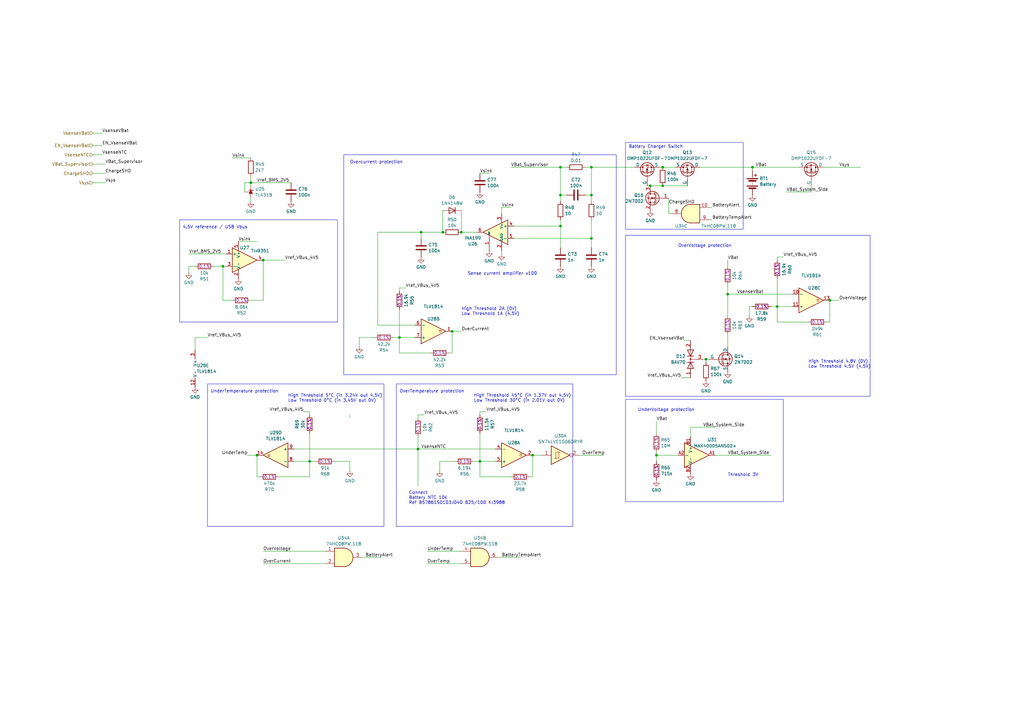
<source format=kicad_sch>
(kicad_sch (version 20230121) (generator eeschema)
  (paper "A3")
  (lib_symbols
    (symbol "74xx:74HC14" (pin_names (offset 1.016))
      (property "Reference" "U" (at 0 1.27 0))
      (property "Value" "74HC14" (at 0 -1.27 0))
      (symbol "74HC14_1_0"
        (polyline (pts (xy -3.81 3.81) (xy -3.81 -3.81) (xy 3.81 0) (xy -3.81 3.81)) (stroke (width 0.254)) (fill (type background)))
        (pin input line (at -7.62 0 0) (length 3.81) (name "~") (number "1"))
        (pin output inverted (at 7.62 0 180) (length 3.81) (name "~") (number "2"))
      )
      (symbol "74HC14_1_1"
        (polyline (pts (xy -1.905 -1.27) (xy -1.905 1.27) (xy -0.635 1.27)))
        (polyline (pts (xy -2.54 -1.27) (xy -0.635 -1.27) (xy -0.635 1.27) (xy 0 1.27)))
      )
      (symbol "74HC14_2_0"
        (polyline (pts (xy -3.81 3.81) (xy -3.81 -3.81) (xy 3.81 0) (xy -3.81 3.81)) (stroke (width 0.254)) (fill (type background)))
        (pin input line (at -7.62 0 0) (length 3.81) (name "~") (number "3"))
        (pin output inverted (at 7.62 0 180) (length 3.81) (name "~") (number "4"))
      )
      (symbol "74HC14_2_1"
        (polyline (pts (xy -1.905 -1.27) (xy -1.905 1.27) (xy -0.635 1.27)))
        (polyline (pts (xy -2.54 -1.27) (xy -0.635 -1.27) (xy -0.635 1.27) (xy 0 1.27)))
      )
      (symbol "74HC14_3_0"
        (polyline (pts (xy -3.81 3.81) (xy -3.81 -3.81) (xy 3.81 0) (xy -3.81 3.81)) (stroke (width 0.254)) (fill (type background)))
        (pin input line (at -7.62 0 0) (length 3.81) (name "~") (number "5"))
        (pin output inverted (at 7.62 0 180) (length 3.81) (name "~") (number "6"))
      )
      (symbol "74HC14_3_1"
        (polyline (pts (xy -1.905 -1.27) (xy -1.905 1.27) (xy -0.635 1.27)))
        (polyline (pts (xy -2.54 -1.27) (xy -0.635 -1.27) (xy -0.635 1.27) (xy 0 1.27)))
      )
      (symbol "74HC14_4_0"
        (polyline (pts (xy -3.81 3.81) (xy -3.81 -3.81) (xy 3.81 0) (xy -3.81 3.81)) (stroke (width 0.254)) (fill (type background)))
        (pin output inverted (at 7.62 0 180) (length 3.81) (name "~") (number "8"))
        (pin input line (at -7.62 0 0) (length 3.81) (name "~") (number "9"))
      )
      (symbol "74HC14_4_1"
        (polyline (pts (xy -1.905 -1.27) (xy -1.905 1.27) (xy -0.635 1.27)))
        (polyline (pts (xy -2.54 -1.27) (xy -0.635 -1.27) (xy -0.635 1.27) (xy 0 1.27)))
      )
      (symbol "74HC14_5_0"
        (polyline (pts (xy -3.81 3.81) (xy -3.81 -3.81) (xy 3.81 0) (xy -3.81 3.81)) (stroke (width 0.254)) (fill (type background)))
        (pin output inverted (at 7.62 0 180) (length 3.81) (name "~") (number "10"))
        (pin input line (at -7.62 0 0) (length 3.81) (name "~") (number "11"))
      )
      (symbol "74HC14_5_1"
        (polyline (pts (xy -1.905 -1.27) (xy -1.905 1.27) (xy -0.635 1.27)))
        (polyline (pts (xy -2.54 -1.27) (xy -0.635 -1.27) (xy -0.635 1.27) (xy 0 1.27)))
      )
      (symbol "74HC14_6_0"
        (polyline (pts (xy -3.81 3.81) (xy -3.81 -3.81) (xy 3.81 0) (xy -3.81 3.81)) (stroke (width 0.254)) (fill (type background)))
        (pin output inverted (at 7.62 0 180) (length 3.81) (name "~") (number "12"))
        (pin input line (at -7.62 0 0) (length 3.81) (name "~") (number "13"))
      )
      (symbol "74HC14_6_1"
        (polyline (pts (xy -1.905 -1.27) (xy -1.905 1.27) (xy -0.635 1.27)))
        (polyline (pts (xy -2.54 -1.27) (xy -0.635 -1.27) (xy -0.635 1.27) (xy 0 1.27)))
      )
      (symbol "74HC14_7_0"
        (pin power_in line (at 0 12.7 270) (length 5.08) (name "VCC") (number "14"))
        (pin power_in line (at 0 -12.7 90) (length 5.08) (name "GND") (number "7"))
      )
      (symbol "74HC14_7_1"
        (rectangle (start -5.08 7.62) (end 5.08 -7.62) (stroke (width 0.254)) (fill (type background)))
      )
    )
    (symbol "74xx:74LS08" (pin_names (offset 1.016))
      (property "Reference" "U" (at 0 1.27 0))
      (property "Value" "74LS08" (at 0 -1.27 0))
      (symbol "74LS08_1_1"
        (arc (start 0 -3.81) (mid 3.7934 0) (end 0 3.81) (stroke (width 0.254)) (fill (type background)))
        (polyline (pts (xy 0 3.81) (xy -3.81 3.81) (xy -3.81 -3.81) (xy 0 -3.81)) (stroke (width 0.254)) (fill (type background)))
        (pin input line (at -7.62 2.54 0) (length 3.81) (name "~") (number "1"))
        (pin input line (at -7.62 -2.54 0) (length 3.81) (name "~") (number "2"))
        (pin output line (at 7.62 0 180) (length 3.81) (name "~") (number "3"))
      )
      (symbol "74LS08_1_2"
        (arc (start -3.81 -3.81) (mid -2.589 0) (end -3.81 3.81) (stroke (width 0.254)))
        (arc (start -0.6096 -3.81) (mid 2.1842 -2.5851) (end 3.81 0) (stroke (width 0.254)) (fill (type background)))
        (polyline (pts (xy -3.81 -3.81) (xy -0.635 -3.81)) (stroke (width 0.254)) (fill (type background)))
        (polyline (pts (xy -3.81 3.81) (xy -0.635 3.81)) (stroke (width 0.254)) (fill (type background)))
        (polyline (pts (xy -0.635 3.81) (xy -3.81 3.81) (xy -3.81 3.81) (xy -3.556 3.4036) (xy -3.0226 2.2606) (xy -2.6924 1.0414) (xy -2.6162 -0.254) (xy -2.7686 -1.4986) (xy -3.175 -2.7178) (xy -3.81 -3.81) (xy -3.81 -3.81) (xy -0.635 -3.81)) (stroke (width -25.4)) (fill (type background)))
        (arc (start 3.81 0) (mid 2.1915 2.5936) (end -0.6096 3.81) (stroke (width 0.254)) (fill (type background)))
        (pin input inverted (at -7.62 2.54 0) (length 4.318) (name "~") (number "1"))
        (pin input inverted (at -7.62 -2.54 0) (length 4.318) (name "~") (number "2"))
        (pin output inverted (at 7.62 0 180) (length 3.81) (name "~") (number "3"))
      )
      (symbol "74LS08_2_1"
        (arc (start 0 -3.81) (mid 3.7934 0) (end 0 3.81) (stroke (width 0.254)) (fill (type background)))
        (polyline (pts (xy 0 3.81) (xy -3.81 3.81) (xy -3.81 -3.81) (xy 0 -3.81)) (stroke (width 0.254)) (fill (type background)))
        (pin input line (at -7.62 2.54 0) (length 3.81) (name "~") (number "4"))
        (pin input line (at -7.62 -2.54 0) (length 3.81) (name "~") (number "5"))
        (pin output line (at 7.62 0 180) (length 3.81) (name "~") (number "6"))
      )
      (symbol "74LS08_2_2"
        (arc (start -3.81 -3.81) (mid -2.589 0) (end -3.81 3.81) (stroke (width 0.254)))
        (arc (start -0.6096 -3.81) (mid 2.1842 -2.5851) (end 3.81 0) (stroke (width 0.254)) (fill (type background)))
        (polyline (pts (xy -3.81 -3.81) (xy -0.635 -3.81)) (stroke (width 0.254)) (fill (type background)))
        (polyline (pts (xy -3.81 3.81) (xy -0.635 3.81)) (stroke (width 0.254)) (fill (type background)))
        (polyline (pts (xy -0.635 3.81) (xy -3.81 3.81) (xy -3.81 3.81) (xy -3.556 3.4036) (xy -3.0226 2.2606) (xy -2.6924 1.0414) (xy -2.6162 -0.254) (xy -2.7686 -1.4986) (xy -3.175 -2.7178) (xy -3.81 -3.81) (xy -3.81 -3.81) (xy -0.635 -3.81)) (stroke (width -25.4)) (fill (type background)))
        (arc (start 3.81 0) (mid 2.1915 2.5936) (end -0.6096 3.81) (stroke (width 0.254)) (fill (type background)))
        (pin input inverted (at -7.62 2.54 0) (length 4.318) (name "~") (number "4"))
        (pin input inverted (at -7.62 -2.54 0) (length 4.318) (name "~") (number "5"))
        (pin output inverted (at 7.62 0 180) (length 3.81) (name "~") (number "6"))
      )
      (symbol "74LS08_3_1"
        (arc (start 0 -3.81) (mid 3.7934 0) (end 0 3.81) (stroke (width 0.254)) (fill (type background)))
        (polyline (pts (xy 0 3.81) (xy -3.81 3.81) (xy -3.81 -3.81) (xy 0 -3.81)) (stroke (width 0.254)) (fill (type background)))
        (pin input line (at -7.62 -2.54 0) (length 3.81) (name "~") (number "10"))
        (pin output line (at 7.62 0 180) (length 3.81) (name "~") (number "8"))
        (pin input line (at -7.62 2.54 0) (length 3.81) (name "~") (number "9"))
      )
      (symbol "74LS08_3_2"
        (arc (start -3.81 -3.81) (mid -2.589 0) (end -3.81 3.81) (stroke (width 0.254)))
        (arc (start -0.6096 -3.81) (mid 2.1842 -2.5851) (end 3.81 0) (stroke (width 0.254)) (fill (type background)))
        (polyline (pts (xy -3.81 -3.81) (xy -0.635 -3.81)) (stroke (width 0.254)) (fill (type background)))
        (polyline (pts (xy -3.81 3.81) (xy -0.635 3.81)) (stroke (width 0.254)) (fill (type background)))
        (polyline (pts (xy -0.635 3.81) (xy -3.81 3.81) (xy -3.81 3.81) (xy -3.556 3.4036) (xy -3.0226 2.2606) (xy -2.6924 1.0414) (xy -2.6162 -0.254) (xy -2.7686 -1.4986) (xy -3.175 -2.7178) (xy -3.81 -3.81) (xy -3.81 -3.81) (xy -0.635 -3.81)) (stroke (width -25.4)) (fill (type background)))
        (arc (start 3.81 0) (mid 2.1915 2.5936) (end -0.6096 3.81) (stroke (width 0.254)) (fill (type background)))
        (pin input inverted (at -7.62 -2.54 0) (length 4.318) (name "~") (number "10"))
        (pin output inverted (at 7.62 0 180) (length 3.81) (name "~") (number "8"))
        (pin input inverted (at -7.62 2.54 0) (length 4.318) (name "~") (number "9"))
      )
      (symbol "74LS08_4_1"
        (arc (start 0 -3.81) (mid 3.7934 0) (end 0 3.81) (stroke (width 0.254)) (fill (type background)))
        (polyline (pts (xy 0 3.81) (xy -3.81 3.81) (xy -3.81 -3.81) (xy 0 -3.81)) (stroke (width 0.254)) (fill (type background)))
        (pin output line (at 7.62 0 180) (length 3.81) (name "~") (number "11"))
        (pin input line (at -7.62 2.54 0) (length 3.81) (name "~") (number "12"))
        (pin input line (at -7.62 -2.54 0) (length 3.81) (name "~") (number "13"))
      )
      (symbol "74LS08_4_2"
        (arc (start -3.81 -3.81) (mid -2.589 0) (end -3.81 3.81) (stroke (width 0.254)))
        (arc (start -0.6096 -3.81) (mid 2.1842 -2.5851) (end 3.81 0) (stroke (width 0.254)) (fill (type background)))
        (polyline (pts (xy -3.81 -3.81) (xy -0.635 -3.81)) (stroke (width 0.254)) (fill (type background)))
        (polyline (pts (xy -3.81 3.81) (xy -0.635 3.81)) (stroke (width 0.254)) (fill (type background)))
        (polyline (pts (xy -0.635 3.81) (xy -3.81 3.81) (xy -3.81 3.81) (xy -3.556 3.4036) (xy -3.0226 2.2606) (xy -2.6924 1.0414) (xy -2.6162 -0.254) (xy -2.7686 -1.4986) (xy -3.175 -2.7178) (xy -3.81 -3.81) (xy -3.81 -3.81) (xy -0.635 -3.81)) (stroke (width -25.4)) (fill (type background)))
        (arc (start 3.81 0) (mid 2.1915 2.5936) (end -0.6096 3.81) (stroke (width 0.254)) (fill (type background)))
        (pin output inverted (at 7.62 0 180) (length 3.81) (name "~") (number "11"))
        (pin input inverted (at -7.62 2.54 0) (length 4.318) (name "~") (number "12"))
        (pin input inverted (at -7.62 -2.54 0) (length 4.318) (name "~") (number "13"))
      )
      (symbol "74LS08_5_0"
        (pin power_in line (at 0 12.7 270) (length 5.08) (name "VCC") (number "14"))
        (pin power_in line (at 0 -12.7 90) (length 5.08) (name "GND") (number "7"))
      )
      (symbol "74LS08_5_1"
        (rectangle (start -5.08 7.62) (end 5.08 -7.62) (stroke (width 0.254)) (fill (type background)))
      )
    )
    (symbol "Amplifier_Current:INA240A3PW" (pin_names (offset 0.127))
      (property "Reference" "U26" (at 9.2794 -4.7794 0))
      (property "Value" "INA21X" (at 9.2794 -2.3552 0))
      (symbol "INA240A3PW_0_1"
        (polyline (pts (xy 5.08 0) (xy -5.08 5.08) (xy -5.08 -5.08) (xy 5.08 0)) (stroke (width 0.254)) (fill (type background)))
      )
      (symbol "INA240A3PW_1_1"
        (pin passive line (at 2.54 -7.62 90) (length 6.35) (name "REF") (number "1"))
        (pin power_in line (at -2.54 -7.62 90) (length 3.81) (name "GND") (number "2"))
        (pin power_in line (at -2.54 7.62 270) (length 3.81) (name "V+") (number "3"))
        (pin input line (at -7.62 2.54 0) (length 2.54) (name "+") (number "4"))
        (pin input line (at -7.62 -2.54 0) (length 2.54) (name "-") (number "5"))
        (pin output line (at 7.62 0 180) (length 2.54) (name "~") (number "6"))
      )
    )
    (symbol "Amplifier_Operational:TLV9001IDCK" (pin_names (offset 0.127))
      (property "Reference" "U" (at 7.62 2.54 0))
      (property "Value" "TLV9001IDCK" (at 11.43 -2.54 0))
      (symbol "TLV9001IDCK_0_1"
        (polyline (pts (xy -2.54 5.08) (xy -2.54 -5.08) (xy 7.62 0) (xy -2.54 5.08)) (stroke (width 0.254)) (fill (type background)))
      )
      (symbol "TLV9001IDCK_1_1"
        (pin input line (at -5.08 2.54 0) (length 2.54) (name "+") (number "1"))
        (pin power_in line (at 0 -7.62 90) (length 3.81) (name "V-") (number "2"))
        (pin input line (at -5.08 -2.54 0) (length 2.54) (name "-") (number "3"))
        (pin output line (at 10.16 0 180) (length 2.54) (name "~") (number "4"))
        (pin power_in line (at 0 7.62 270) (length 3.81) (name "V+") (number "5"))
      )
    )
    (symbol "Comparator:LP2901D" (pin_names (offset 0.127))
      (property "Reference" "U" (at 0 5.08 0))
      (property "Value" "LP2901D" (at 0 -5.08 0))
      (symbol "LP2901D_1_1"
        (polyline (pts (xy -5.08 5.08) (xy 5.08 0) (xy -5.08 -5.08) (xy -5.08 5.08)) (stroke (width 0.254)) (fill (type background)))
        (polyline (pts (xy 3.302 -0.508) (xy 2.794 -0.508) (xy 3.302 0) (xy 2.794 0.508) (xy 2.286 0) (xy 2.794 -0.508) (xy 2.286 -0.508)) (stroke (width 0.127)))
        (pin open_collector line (at 7.62 0 180) (length 2.54) (name "~") (number "2"))
        (pin input line (at -7.62 -2.54 0) (length 2.54) (name "-") (number "4"))
        (pin input line (at -7.62 2.54 0) (length 2.54) (name "+") (number "5"))
      )
      (symbol "LP2901D_2_1"
        (polyline (pts (xy -5.08 5.08) (xy 5.08 0) (xy -5.08 -5.08) (xy -5.08 5.08)) (stroke (width 0.254)) (fill (type background)))
        (polyline (pts (xy 3.302 -0.508) (xy 2.794 -0.508) (xy 3.302 0) (xy 2.794 0.508) (xy 2.286 0) (xy 2.794 -0.508) (xy 2.286 -0.508)) (stroke (width 0.127)))
        (pin open_collector line (at 7.62 0 180) (length 2.54) (name "~") (number "1"))
        (pin input line (at -7.62 -2.54 0) (length 2.54) (name "-") (number "6"))
        (pin input line (at -7.62 2.54 0) (length 2.54) (name "+") (number "7"))
      )
      (symbol "LP2901D_3_1"
        (polyline (pts (xy -5.08 5.08) (xy 5.08 0) (xy -5.08 -5.08) (xy -5.08 5.08)) (stroke (width 0.254)) (fill (type background)))
        (polyline (pts (xy 3.302 -0.508) (xy 2.794 -0.508) (xy 3.302 0) (xy 2.794 0.508) (xy 2.286 0) (xy 2.794 -0.508) (xy 2.286 -0.508)) (stroke (width 0.127)))
        (pin input line (at -7.62 -2.54 0) (length 2.54) (name "-") (number "10"))
        (pin input line (at -7.62 2.54 0) (length 2.54) (name "+") (number "11"))
        (pin open_collector line (at 7.62 0 180) (length 2.54) (name "~") (number "13"))
      )
      (symbol "LP2901D_4_1"
        (polyline (pts (xy -5.08 5.08) (xy 5.08 0) (xy -5.08 -5.08) (xy -5.08 5.08)) (stroke (width 0.254)) (fill (type background)))
        (polyline (pts (xy 3.302 -0.508) (xy 2.794 -0.508) (xy 3.302 0) (xy 2.794 0.508) (xy 2.286 0) (xy 2.794 -0.508) (xy 2.286 -0.508)) (stroke (width 0.127)))
        (pin open_collector line (at 7.62 0 180) (length 2.54) (name "~") (number "14"))
        (pin input line (at -7.62 -2.54 0) (length 2.54) (name "-") (number "8"))
        (pin input line (at -7.62 2.54 0) (length 2.54) (name "+") (number "9"))
      )
      (symbol "LP2901D_5_1"
        (pin power_in line (at -2.54 -7.62 90) (length 3.81) (name "V-") (number "12"))
        (pin power_in line (at -2.54 7.62 270) (length 3.81) (name "V+") (number "3"))
      )
    )
    (symbol "Comparator:MCP65R41" (pin_names (offset 0.127))
      (property "Reference" "U31" (at 6.35 6.35 0))
      (property "Value" "MAX40005ANS02+" (at 7.62 3.81 0))
      (symbol "MCP65R41_0_1"
        (polyline (pts (xy -5.08 5.08) (xy -5.08 -5.08) (xy 5.08 0) (xy -5.08 5.08)) (stroke (width 0.254)) (fill (type background)))
      )
      (symbol "MCP65R41_1_1"
        (pin output line (at 7.62 0 180) (length 2.54) (name "~") (number "A1"))
        (pin input line (at -7.62 0 0) (length 2.54) (name "-") (number "A2"))
        (pin power_in line (at -2.54 7.62 270) (length 3.81) (name "V+") (number "B1"))
        (pin power_in line (at -2.54 -7.62 90) (length 3.81) (name "V-") (number "B2"))
      )
    )
    (symbol "Device:Battery" (pin_numbers hide) (pin_names (offset 0) hide)
      (property "Reference" "BT" (at 2.54 2.54 0))
      (property "Value" "Battery" (at 2.54 0 0))
      (symbol "Battery_0_1"
        (rectangle (start -2.286 -1.27) (end 2.286 -1.524) (fill (type outline)))
        (rectangle (start -2.286 1.778) (end 2.286 1.524) (fill (type outline)))
        (rectangle (start -1.524 -2.032) (end 1.524 -2.54) (fill (type outline)))
        (rectangle (start -1.524 1.016) (end 1.524 0.508) (fill (type outline)))
        (polyline (pts (xy 0 -1.016) (xy 0 -0.762)))
        (polyline (pts (xy 0 -0.508) (xy 0 -0.254)))
        (polyline (pts (xy 0 0) (xy 0 0.254)))
        (polyline (pts (xy 0 1.778) (xy 0 2.54)))
        (polyline (pts (xy 0.762 3.048) (xy 1.778 3.048)) (stroke (width 0.254)))
        (polyline (pts (xy 1.27 3.556) (xy 1.27 2.54)) (stroke (width 0.254)))
      )
      (symbol "Battery_1_1"
        (pin passive line (at 0 5.08 270) (length 2.54) (name "+") (number "1"))
        (pin passive line (at 0 -5.08 90) (length 2.54) (name "-") (number "2"))
      )
    )
    (symbol "Device:C" (pin_numbers hide) (pin_names (offset 0.254))
      (property "Reference" "C" (at 0.635 2.54 0))
      (property "Value" "C" (at 0.635 -2.54 0))
      (symbol "C_0_1"
        (polyline (pts (xy -2.032 -0.762) (xy 2.032 -0.762)) (stroke (width 0.508)))
        (polyline (pts (xy -2.032 0.762) (xy 2.032 0.762)) (stroke (width 0.508)))
      )
      (symbol "C_1_1"
        (pin passive line (at 0 3.81 270) (length 2.794) (name "~") (number "1"))
        (pin passive line (at 0 -3.81 90) (length 2.794) (name "~") (number "2"))
      )
    )
    (symbol "Device:R" (pin_numbers hide) (pin_names (offset 0))
      (property "Reference" "R" (at 2.032 0 90))
      (property "Value" "R" (at 0 0 90))
      (symbol "R_0_1"
        (rectangle (start -1.016 -2.54) (end 1.016 2.54) (stroke (width 0.254)))
      )
      (symbol "R_1_1"
        (pin passive line (at 0 3.81 270) (length 1.27) (name "~") (number "1"))
        (pin passive line (at 0 -3.81 90) (length 1.27) (name "~") (number "2"))
      )
    )
    (symbol "Diode:1N4148W" (pin_numbers hide) (pin_names hide)
      (property "Reference" "D" (at 0 2.54 0))
      (property "Value" "1N4148W" (at 0 -2.54 0))
      (symbol "1N4148W_0_1"
        (polyline (pts (xy -1.27 1.27) (xy -1.27 -1.27)) (stroke (width 0.254)))
        (polyline (pts (xy 1.27 0) (xy -1.27 0)))
        (polyline (pts (xy 1.27 1.27) (xy 1.27 -1.27) (xy -1.27 0) (xy 1.27 1.27)) (stroke (width 0.254)))
      )
      (symbol "1N4148W_1_1"
        (pin passive line (at -3.81 0 0) (length 2.54) (name "K") (number "1"))
        (pin passive line (at 3.81 0 180) (length 2.54) (name "A") (number "2"))
      )
    )
    (symbol "Diode:BAV70" (pin_names hide)
      (property "Reference" "D" (at 0.635 -2.54 0))
      (property "Value" "BAV70" (at 0 2.54 0))
      (symbol "BAV70_0_1"
        (polyline (pts (xy -3.81 0) (xy 3.81 0)))
        (polyline (pts (xy 0 0) (xy 0 -2.54)))
        (polyline (pts (xy -1.27 -1.27) (xy -1.27 1.27) (xy -1.27 1.27)) (stroke (width 0.254)))
        (polyline (pts (xy 1.27 -1.27) (xy 1.27 1.27) (xy 1.27 1.27)) (stroke (width 0.254)))
        (polyline (pts (xy -3.81 1.27) (xy -1.27 0) (xy -3.81 -1.27) (xy -3.81 1.27) (xy -3.81 1.27) (xy -3.81 1.27)) (stroke (width 0.254)))
        (polyline (pts (xy 3.81 -1.27) (xy 1.27 0) (xy 3.81 1.27) (xy 3.81 -1.27) (xy 3.81 -1.27) (xy 3.81 -1.27)) (stroke (width 0.254)))
        (circle (center 0 0) (radius 0.254) (fill (type outline)))
        (pin passive line (at -7.62 0 0) (length 3.81) (name "A") (number "1"))
        (pin passive line (at 7.62 0 180) (length 3.81) (name "A") (number "2"))
        (pin passive line (at 0 -5.08 90) (length 2.54) (name "K") (number "3"))
      )
    )
    (symbol "Reference_Voltage:TL431DCK" (pin_numbers hide) (pin_names hide)
      (property "Reference" "U" (at -2.54 2.54 0))
      (property "Value" "TL431DCK" (at 0 -2.54 0))
      (symbol "TL431DCK_0_1"
        (polyline (pts (xy -1.27 0) (xy 0 0) (xy 1.27 0)))
        (polyline (pts (xy -0.762 0.762) (xy 0.762 0) (xy -0.762 -0.762)) (fill (type outline)))
        (polyline (pts (xy 0.508 -1.016) (xy 0.762 -0.762) (xy 0.762 0.762) (xy 0.762 0.762)) (stroke (width 0.254)))
      )
      (symbol "TL431DCK_1_1"
        (pin passive line (at 2.54 0 180) (length 1.27) (name "K") (number "1"))
        (pin passive line (at 0 2.54 270) (length 2.54) (name "REF") (number "3"))
        (pin passive line (at -2.54 0 0) (length 1.27) (name "A") (number "6"))
      )
    )
    (symbol "Simulation_SPICE:NMOS" (pin_numbers hide) (pin_names (offset 0))
      (property "Reference" "Q" (at 5.08 1.27 0))
      (property "Value" "NMOS" (at 5.08 -1.27 0))
      (symbol "NMOS_0_1"
        (polyline (pts (xy 0.254 0) (xy -2.54 0)))
        (polyline (pts (xy 0.254 1.905) (xy 0.254 -1.905)) (stroke (width 0.254)))
        (polyline (pts (xy 0.762 -1.27) (xy 0.762 -2.286)) (stroke (width 0.254)))
        (polyline (pts (xy 0.762 0.508) (xy 0.762 -0.508)) (stroke (width 0.254)))
        (polyline (pts (xy 0.762 2.286) (xy 0.762 1.27)) (stroke (width 0.254)))
        (polyline (pts (xy 2.54 2.54) (xy 2.54 1.778)))
        (polyline (pts (xy 2.54 -2.54) (xy 2.54 0) (xy 0.762 0)))
        (polyline (pts (xy 0.762 -1.778) (xy 3.302 -1.778) (xy 3.302 1.778) (xy 0.762 1.778)))
        (polyline (pts (xy 1.016 0) (xy 2.032 0.381) (xy 2.032 -0.381) (xy 1.016 0)) (fill (type outline)))
        (polyline (pts (xy 2.794 0.508) (xy 2.921 0.381) (xy 3.683 0.381) (xy 3.81 0.254)))
        (polyline (pts (xy 3.302 0.381) (xy 2.921 -0.254) (xy 3.683 -0.254) (xy 3.302 0.381)))
        (circle (center 1.651 0) (radius 2.794) (stroke (width 0.254)))
        (circle (center 2.54 -1.778) (radius 0.254) (fill (type outline)))
        (circle (center 2.54 1.778) (radius 0.254) (fill (type outline)))
      )
      (symbol "NMOS_1_1"
        (pin passive line (at 2.54 5.08 270) (length 2.54) (name "D") (number "1"))
        (pin input line (at -5.08 0 0) (length 2.54) (name "G") (number "2"))
        (pin passive line (at 2.54 -5.08 90) (length 2.54) (name "S") (number "3"))
      )
    )
    (symbol "Simulation_SPICE:PMOS" (pin_numbers hide) (pin_names (offset 0))
      (property "Reference" "Q" (at 5.08 1.27 0))
      (property "Value" "PMOS" (at 5.08 -1.27 0))
      (symbol "PMOS_0_1"
        (polyline (pts (xy 0.254 0) (xy -2.54 0)))
        (polyline (pts (xy 0.254 1.905) (xy 0.254 -1.905)) (stroke (width 0.254)))
        (polyline (pts (xy 0.762 -1.27) (xy 0.762 -2.286)) (stroke (width 0.254)))
        (polyline (pts (xy 0.762 0.508) (xy 0.762 -0.508)) (stroke (width 0.254)))
        (polyline (pts (xy 0.762 2.286) (xy 0.762 1.27)) (stroke (width 0.254)))
        (polyline (pts (xy 2.54 2.54) (xy 2.54 1.778)))
        (polyline (pts (xy 2.54 -2.54) (xy 2.54 0) (xy 0.762 0)))
        (polyline (pts (xy 0.762 1.778) (xy 3.302 1.778) (xy 3.302 -1.778) (xy 0.762 -1.778)))
        (polyline (pts (xy 2.286 0) (xy 1.27 0.381) (xy 1.27 -0.381) (xy 2.286 0)) (fill (type outline)))
        (polyline (pts (xy 2.794 -0.508) (xy 2.921 -0.381) (xy 3.683 -0.381) (xy 3.81 -0.254)))
        (polyline (pts (xy 3.302 -0.381) (xy 2.921 0.254) (xy 3.683 0.254) (xy 3.302 -0.381)))
        (circle (center 1.651 0) (radius 2.794) (stroke (width 0.254)))
        (circle (center 2.54 -1.778) (radius 0.254) (fill (type outline)))
        (circle (center 2.54 1.778) (radius 0.254) (fill (type outline)))
      )
      (symbol "PMOS_1_1"
        (pin passive line (at 2.54 5.08 270) (length 2.54) (name "D") (number "1"))
        (pin input line (at -5.08 0 0) (length 2.54) (name "G") (number "2"))
        (pin passive line (at 2.54 -5.08 90) (length 2.54) (name "S") (number "3"))
      )
    )
    (symbol "Transistor_FET:2N7002" (pin_names hide)
      (property "Reference" "Q" (at 5.08 1.905 0))
      (property "Value" "2N7002" (at 5.08 0 0))
      (symbol "2N7002_0_1"
        (polyline (pts (xy 0.254 0) (xy -2.54 0)))
        (polyline (pts (xy 0.254 1.905) (xy 0.254 -1.905)) (stroke (width 0.254)))
        (polyline (pts (xy 0.762 -1.27) (xy 0.762 -2.286)) (stroke (width 0.254)))
        (polyline (pts (xy 0.762 0.508) (xy 0.762 -0.508)) (stroke (width 0.254)))
        (polyline (pts (xy 0.762 2.286) (xy 0.762 1.27)) (stroke (width 0.254)))
        (polyline (pts (xy 2.54 2.54) (xy 2.54 1.778)))
        (polyline (pts (xy 2.54 -2.54) (xy 2.54 0) (xy 0.762 0)))
        (polyline (pts (xy 0.762 -1.778) (xy 3.302 -1.778) (xy 3.302 1.778) (xy 0.762 1.778)))
        (polyline (pts (xy 1.016 0) (xy 2.032 0.381) (xy 2.032 -0.381) (xy 1.016 0)) (fill (type outline)))
        (polyline (pts (xy 2.794 0.508) (xy 2.921 0.381) (xy 3.683 0.381) (xy 3.81 0.254)))
        (polyline (pts (xy 3.302 0.381) (xy 2.921 -0.254) (xy 3.683 -0.254) (xy 3.302 0.381)))
        (circle (center 1.651 0) (radius 2.794) (stroke (width 0.254)))
        (circle (center 2.54 -1.778) (radius 0.254) (fill (type outline)))
        (circle (center 2.54 1.778) (radius 0.254) (fill (type outline)))
      )
      (symbol "2N7002_1_1"
        (pin input line (at -5.08 0 0) (length 2.54) (name "G") (number "1"))
        (pin passive line (at 2.54 -5.08 90) (length 2.54) (name "S") (number "2"))
        (pin passive line (at 2.54 5.08 270) (length 2.54) (name "D") (number "3"))
      )
    )
    (symbol "power:GND" (power) (pin_names (offset 0))
      (property "Value" "GND" (at 0 -3.81 0))
      (symbol "GND_0_1"
        (polyline (pts (xy 0 0) (xy 0 -1.27) (xy 1.27 -1.27) (xy 0 -2.54) (xy -1.27 -1.27) (xy 0 -1.27)))
      )
      (symbol "GND_1_1"
        (pin power_in line (at 0 0 270) (length 0) hide (name "GND") (number "1"))
      )
    )
  )
  (junction (at 172.72 95.25))
  (junction (at 229.87 92.71))
  (junction (at 102.87 74.93))
  (junction (at 242.57 97.79))
  (junction (at 318.77 125.73))
  (junction (at 229.87 68.58))
  (junction (at 185.42 135.89))
  (junction (at 266.7 76.2))
  (junction (at 289.56 147.32))
  (junction (at 163.83 138.43))
  (junction (at 271.78 76.2))
  (junction (at 340.36 123.19))
  (junction (at 271.78 68.58))
  (junction (at 127 189.23))
  (junction (at 189.23 95.25))
  (junction (at 105.41 186.69))
  (junction (at 269.24 186.69))
  (junction (at 242.57 80.01))
  (junction (at 196.85 189.23))
  (junction (at 91.44 109.22))
  (junction (at 308.61 68.58))
  (junction (at 229.87 80.01))
  (junction (at 298.45 120.65))
  (junction (at 171.45 184.15))
  (junction (at 181.61 95.25))
  (junction (at 242.57 68.58))
  (junction (at 107.95 106.68))
  (junction (at 218.44 186.69))
  (wire (pts (xy 270.51 68.58) (xy 271.78 68.58)))
  (wire (pts (xy 288.29 147.32) (xy 289.56 147.32)))
  (wire (pts (xy 209.55 195.58) (xy 196.85 195.58)))
  (wire (pts (xy 242.57 68.58) (xy 242.57 80.01)))
  (wire (pts (xy 95.25 123.19) (xy 91.44 123.19)))
  (wire (pts (xy 199.39 168.91) (xy 196.85 168.91)))
  (wire (pts (xy 153.67 138.43) (xy 147.32 138.43)))
  (wire (pts (xy 107.95 123.19) (xy 107.95 106.68)))
  (wire (pts (xy 114.3 195.58) (xy 127 195.58)))
  (wire (pts (xy 105.41 186.69) (xy 101.6 186.69)))
  (wire (pts (xy 38.1 54.61) (xy 41.91 54.61)))
  (wire (pts (xy 218.44 186.69) (xy 218.44 195.58)))
  (wire (pts (xy 229.87 90.17) (xy 229.87 92.71)))
  (wire (pts (xy 332.74 78.74) (xy 332.74 76.2)))
  (wire (pts (xy 107.95 231.14) (xy 133.35 231.14)))
  (wire (pts (xy 80.01 138.43) (xy 85.09 138.43)))
  (wire (pts (xy 289.56 147.32) (xy 290.83 147.32)))
  (wire (pts (xy 124.46 168.91) (xy 127 168.91)))
  (wire (pts (xy 102.87 72.39) (xy 102.87 74.93)))
  (wire (pts (xy 337.82 68.58) (xy 353.06 68.58)))
  (wire (pts (xy 154.94 95.25) (xy 172.72 95.25)))
  (wire (pts (xy 271.78 76.2) (xy 281.94 76.2)))
  (wire (pts (xy 196.85 195.58) (xy 196.85 189.23)))
  (wire (pts (xy 269.24 172.72) (xy 269.24 177.8)))
  (wire (pts (xy 298.45 116.84) (xy 298.45 120.65)))
  (wire (pts (xy 321.31 105.41) (xy 318.77 105.41)))
  (wire (pts (xy 210.82 92.71) (xy 229.87 92.71)))
  (wire (pts (xy 163.83 144.78) (xy 163.83 138.43)))
  (wire (pts (xy 175.26 231.14) (xy 189.23 231.14)))
  (wire (pts (xy 170.18 133.35) (xy 154.94 133.35)))
  (wire (pts (xy 283.21 175.26) (xy 293.37 175.26)))
  (wire (pts (xy 322.58 78.74) (xy 332.74 78.74)))
  (wire (pts (xy 229.87 80.01) (xy 229.87 82.55)))
  (wire (pts (xy 38.1 71.12) (xy 43.18 71.12)))
  (wire (pts (xy 173.99 170.18) (xy 171.45 170.18)))
  (wire (pts (xy 240.03 68.58) (xy 242.57 68.58)))
  (wire (pts (xy 340.36 123.19) (xy 340.36 132.08)))
  (wire (pts (xy 331.47 132.08) (xy 318.77 132.08)))
  (wire (pts (xy 77.47 104.14) (xy 92.71 104.14)))
  (wire (pts (xy 107.95 106.68) (xy 116.84 106.68)))
  (wire (pts (xy 293.37 186.69) (xy 316.23 186.69)))
  (wire (pts (xy 129.54 189.23) (xy 127 189.23)))
  (wire (pts (xy 171.45 170.18) (xy 171.45 171.45)))
  (wire (pts (xy 77.47 109.22) (xy 77.47 111.76)))
  (wire (pts (xy 95.25 64.77) (xy 102.87 64.77)))
  (wire (pts (xy 229.87 92.71) (xy 229.87 101.6)))
  (wire (pts (xy 205.74 87.63) (xy 205.74 85.09)))
  (wire (pts (xy 298.45 120.65) (xy 325.12 120.65)))
  (wire (pts (xy 289.56 147.32) (xy 289.56 148.59)))
  (wire (pts (xy 229.87 80.01) (xy 232.41 80.01)))
  (wire (pts (xy 229.87 68.58) (xy 229.87 80.01)))
  (wire (pts (xy 308.61 68.58) (xy 327.66 68.58)))
  (wire (pts (xy 298.45 106.68) (xy 298.45 109.22)))
  (wire (pts (xy 176.53 144.78) (xy 163.83 144.78)))
  (wire (pts (xy 107.95 226.06) (xy 133.35 226.06)))
  (wire (pts (xy 175.26 226.06) (xy 189.23 226.06)))
  (wire (pts (xy 184.15 144.78) (xy 185.42 144.78)))
  (wire (pts (xy 318.77 125.73) (xy 325.12 125.73)))
  (wire (pts (xy 185.42 135.89) (xy 185.42 144.78)))
  (wire (pts (xy 196.85 71.12) (xy 200.66 71.12)))
  (wire (pts (xy 172.72 95.25) (xy 172.72 97.79)))
  (wire (pts (xy 290.83 90.17) (xy 292.1 90.17)))
  (wire (pts (xy 91.44 123.19) (xy 91.44 109.22)))
  (wire (pts (xy 318.77 105.41) (xy 318.77 106.68)))
  (wire (pts (xy 205.74 102.87) (xy 205.74 104.14)))
  (wire (pts (xy 242.57 97.79) (xy 242.57 101.6)))
  (wire (pts (xy 240.03 80.01) (xy 242.57 80.01)))
  (wire (pts (xy 217.17 195.58) (xy 218.44 195.58)))
  (wire (pts (xy 143.51 189.23) (xy 143.51 193.04)))
  (wire (pts (xy 102.87 81.28) (xy 102.87 82.55)))
  (wire (pts (xy 189.23 86.36) (xy 189.23 95.25)))
  (wire (pts (xy 283.21 179.07) (xy 283.21 175.26)))
  (wire (pts (xy 147.32 138.43) (xy 147.32 142.24)))
  (wire (pts (xy 91.44 109.22) (xy 92.71 109.22)))
  (wire (pts (xy 181.61 95.25) (xy 172.72 95.25)))
  (wire (pts (xy 185.42 135.89) (xy 189.23 135.89)))
  (wire (pts (xy 279.4 154.94) (xy 283.21 154.94)))
  (wire (pts (xy 87.63 109.22) (xy 91.44 109.22)))
  (wire (pts (xy 143.51 170.18) (xy 143.51 171.45)))
  (wire (pts (xy 339.09 132.08) (xy 340.36 132.08)))
  (wire (pts (xy 210.82 97.79) (xy 242.57 97.79)))
  (wire (pts (xy 237.49 186.69) (xy 247.65 186.69)))
  (wire (pts (xy 106.68 195.58) (xy 105.41 195.58)))
  (wire (pts (xy 97.79 99.06) (xy 105.41 99.06)))
  (wire (pts (xy 196.85 189.23) (xy 203.2 189.23)))
  (wire (pts (xy 308.61 68.58) (xy 308.61 69.85)))
  (wire (pts (xy 298.45 137.16) (xy 298.45 142.24)))
  (wire (pts (xy 163.83 138.43) (xy 170.18 138.43)))
  (wire (pts (xy 161.29 138.43) (xy 163.83 138.43)))
  (wire (pts (xy 274.32 81.28) (xy 274.32 87.63)))
  (wire (pts (xy 102.87 74.93) (xy 119.38 74.93)))
  (wire (pts (xy 209.55 68.58) (xy 229.87 68.58)))
  (wire (pts (xy 307.34 125.73) (xy 307.34 129.54)))
  (wire (pts (xy 204.47 228.6) (xy 213.36 228.6)))
  (wire (pts (xy 218.44 186.69) (xy 222.25 186.69)))
  (wire (pts (xy 127 189.23) (xy 120.65 189.23)))
  (wire (pts (xy 102.87 123.19) (xy 107.95 123.19)))
  (wire (pts (xy 38.1 59.69) (xy 41.91 59.69)))
  (wire (pts (xy 232.41 68.58) (xy 229.87 68.58)))
  (wire (pts (xy 316.23 125.73) (xy 318.77 125.73)))
  (wire (pts (xy 274.32 87.63) (xy 275.59 87.63)))
  (wire (pts (xy 189.23 95.25) (xy 195.58 95.25)))
  (wire (pts (xy 205.74 85.09) (xy 209.55 85.09)))
  (wire (pts (xy 181.61 86.36) (xy 181.61 95.25)))
  (wire (pts (xy 100.33 74.93) (xy 102.87 74.93)))
  (wire (pts (xy 38.1 63.5) (xy 41.91 63.5)))
  (wire (pts (xy 290.83 85.09) (xy 292.1 85.09)))
  (wire (pts (xy 242.57 80.01) (xy 242.57 82.55)))
  (wire (pts (xy 340.36 123.19) (xy 344.17 123.19)))
  (wire (pts (xy 196.85 168.91) (xy 196.85 170.18)))
  (wire (pts (xy 163.83 118.11) (xy 163.83 119.38)))
  (wire (pts (xy 318.77 114.3) (xy 318.77 125.73)))
  (wire (pts (xy 266.7 76.2) (xy 271.78 76.2)))
  (wire (pts (xy 171.45 179.07) (xy 171.45 184.15)))
  (wire (pts (xy 127 168.91) (xy 127 170.18)))
  (wire (pts (xy 269.24 186.69) (xy 269.24 185.42)))
  (wire (pts (xy 80.01 109.22) (xy 77.47 109.22)))
  (wire (pts (xy 127 195.58) (xy 127 189.23)))
  (wire (pts (xy 38.1 74.93) (xy 43.18 74.93)))
  (wire (pts (xy 154.94 133.35) (xy 154.94 95.25)))
  (wire (pts (xy 194.31 189.23) (xy 196.85 189.23)))
  (wire (pts (xy 298.45 120.65) (xy 298.45 129.54)))
  (wire (pts (xy 196.85 177.8) (xy 196.85 189.23)))
  (wire (pts (xy 278.13 186.69) (xy 269.24 186.69)))
  (wire (pts (xy 127 177.8) (xy 127 189.23)))
  (wire (pts (xy 265.43 76.2) (xy 266.7 76.2)))
  (wire (pts (xy 308.61 125.73) (xy 307.34 125.73)))
  (wire (pts (xy 269.24 186.69) (xy 269.24 189.23)))
  (wire (pts (xy 137.16 189.23) (xy 143.51 189.23)))
  (wire (pts (xy 318.77 132.08) (xy 318.77 125.73)))
  (wire (pts (xy 102.87 74.93) (xy 102.87 76.2)))
  (wire (pts (xy 186.69 189.23) (xy 180.34 189.23)))
  (wire (pts (xy 287.02 68.58) (xy 308.61 68.58)))
  (wire (pts (xy 120.65 184.15) (xy 171.45 184.15)))
  (wire (pts (xy 80.01 138.43) (xy 80.01 143.51)))
  (wire (pts (xy 260.35 68.58) (xy 242.57 68.58)))
  (wire (pts (xy 242.57 90.17) (xy 242.57 97.79)))
  (wire (pts (xy 280.67 139.7) (xy 283.21 139.7)))
  (wire (pts (xy 148.59 228.6) (xy 156.21 228.6)))
  (wire (pts (xy 105.41 186.69) (xy 105.41 195.58)))
  (wire (pts (xy 166.37 118.11) (xy 163.83 118.11)))
  (wire (pts (xy 171.45 184.15) (xy 203.2 184.15)))
  (wire (pts (xy 38.1 67.31) (xy 43.18 67.31)))
  (wire (pts (xy 171.45 184.15) (xy 171.45 199.39)))
  (wire (pts (xy 163.83 127) (xy 163.83 138.43)))
  (wire (pts (xy 100.33 78.74) (xy 100.33 74.93)))
  (wire (pts (xy 271.78 68.58) (xy 276.86 68.58)))
  (wire (pts (xy 180.34 189.23) (xy 180.34 193.04)))
  (rectangle (start 162.56 157.48) (end 234.95 215.9))
  (rectangle (start 256.54 163.83) (end 321.31 205.74))
  (rectangle (start 256.54 58.42) (end 304.8 93.98))
  (rectangle (start 140.97 63.5) (end 252.73 153.67))
  (rectangle (start 85.09 157.48) (end 157.48 215.9))
  (rectangle (start 256.54 96.52) (end 356.87 162.56))
  (rectangle (start 73.66 90.17) (end 138.43 132.08))
  (text "Battery Charger Switch " (at 257.81 60.96 0) (effects (font (size 1.27 1.27)) (justify left bottom)))
  (text "Sense current amplifier x100" (at 191.77 113.03 0) (effects (font (size 1.27 1.27)) (justify left bottom)))
  (text "Threshold 3V\n" (at 298.45 195.58 0) (effects (font (size 1.27 1.27)) (justify left bottom)))
  (text "UnderTemperature protection" (at 86.36 161.29 0) (effects (font (size 1.27 1.27)) (justify left bottom)))
  (text "Overcurrent protection" (at 143.51 67.31 0) (effects (font (size 1.27 1.27)) (justify left bottom)))
  (text "High Threshold 4.8V (0V)\nLow Threshold 4.5V (4.5V)" (at 331.47 151.13 0) (effects (font (size 1.27 1.27)) (justify left bottom)))
  (text "High Threshold 5°C (in 3.24V out 4.5V)\nLow Threshold 0°C (in 3.45V out 0V)" (at 118.11 165.1 0) (effects (font (size 1.27 1.27)) (justify left bottom)))
  (text "Connect\nBattery NTC 10k \nRef B57861S0103J040 B25/100 K:3988 " (at 167.64 207.01 0) (effects (font (size 1.27 1.27)) (justify left bottom)))
  (text "OverVoltage protection" (at 278.13 101.6 0) (effects (font (size 1.27 1.27)) (justify left bottom)))
  (text "OverTemperature protection" (at 163.83 161.29 0) (effects (font (size 1.27 1.27)) (justify left bottom)))
  (text "4.5V reference / USB Vbus" (at 74.93 93.98 0) (effects (font (size 1.27 1.27)) (justify left bottom)))
  (text "High Threshold 2A (0V)\nLow Threshold 1A (4.5V)" (at 189.23 129.54 0) (effects (font (size 1.27 1.27)) (justify left bottom)))
  (text "UnderVoltage protection" (at 261.62 168.91 0) (effects (font (size 1.27 1.27)) (justify left bottom)))
  (text "High Threshold 45°C (in 1.37V out 4.5V)\nLow Threshold 30°C (in 2.01V out 0V)" (at 194.31 165.1 0) (effects (font (size 1.27 1.27)) (justify left bottom)))
  (label "VsenseVBat" (at 41.91 54.61 0))
  (label "Vsys" (at 43.18 74.93 0))
  (label "Vsink" (at 95.25 64.77 0))
  (label "VsenseVBat" (at 302.26 120.65 0))
  (label "VsenseNTC" (at 172.72 184.15 0))
  (label "EN_VsenseVBat" (at 280.67 139.7 180))
  (label "Vref_VBus_4V5" (at 173.99 170.18 0))
  (label "OverTemp" (at 175.26 231.14 0))
  (label "OverVoltage" (at 107.95 226.06 0))
  (label "VBat_System_Side" (at 288.29 175.26 0))
  (label "OverVoltage" (at 344.17 123.19 0))
  (label "VBat_Supervisor" (at 43.18 67.31 0))
  (label "VBat" (at 309.88 68.58 0))
  (label "Vref_VBus_4V5" (at 199.39 168.91 0))
  (label "VBat_Supervisor" (at 209.55 68.58 0))
  (label "VBat_System_Side" (at 322.58 78.74 0))
  (label "Vsink" (at 205.74 85.09 0))
  (label "Vref_VBus_4V5" (at 124.46 168.91 180))
  (label "Vref_BMS_2V5" (at 105.41 74.93 0))
  (label "Vref_VBus_4V5" (at 279.4 154.94 180))
  (label "EN_VsenseVBat" (at 41.91 59.69 0))
  (label "VBat" (at 269.24 172.72 0))
  (label "Vsink" (at 97.79 99.06 0))
  (label "VBat_System_Side" (at 298.45 186.69 0))
  (label "Vref_VBus_4V5" (at 116.84 106.68 0))
  (label "Vsink" (at 196.85 71.12 0))
  (label "UnderTemp" (at 101.6 186.69 180))
  (label "OverCurrent" (at 107.95 231.14 0))
  (label "Vref_VBus_4V5" (at 85.09 138.43 0))
  (label "Vsys" (at 344.17 68.58 0))
  (label "Vref_VBus_4V5" (at 321.31 105.41 0))
  (label "ChargeSHD" (at 274.32 83.82 0))
  (label "VsenseNTC" (at 41.91 63.5 0))
  (label "ChargeSHD" (at 43.18 71.12 0))
  (label "Vref_BMS_2V5" (at 77.47 104.14 0))
  (label "BatteryAlert" (at 292.1 85.09 0))
  (label "UnderTemp" (at 175.26 226.06 0))
  (label "VBat" (at 298.45 106.68 0))
  (label "BatteryTempAlert" (at 205.74 228.6 0))
  (label "BatteryTempAlert" (at 292.1 90.17 0))
  (label "Vref_VBus_4V5" (at 166.37 118.11 0))
  (label "OverCurrent" (at 189.23 135.89 0))
  (label "OverTemp" (at 238.76 186.69 0))
  (label "BatteryAlert" (at 149.86 228.6 0))
  (hierarchical_label "Vsys" (shape input) (at 38.1 74.93 180))
  (hierarchical_label "VBat_Supervisor" (shape input) (at 38.1 67.31 180))
  (hierarchical_label "ChargeSHD" (shape input) (at 38.1 71.12 180))
  (hierarchical_label "VsenseVBat" (shape input) (at 38.1 54.61 180))
  (hierarchical_label "EN_VsenseVBat" (shape input) (at 38.1 59.69 180))
  (hierarchical_label "VsenseNTC" (shape input) (at 38.1 63.5 180))
  (symbol (lib_id "Device:R") (at 127 173.99 0) (mirror y) (unit 1)
    (property "Reference" "R69" (at 121.8397 173.99 90))
    (property "Value" "30k" (at 124.2639 173.99 90))
    (property "Tolerance" "0.1%" (at 127 173.99 90))
  )
  (symbol (lib_id "Device:R") (at 236.22 68.58 90) (unit 1)
    (property "Reference" "R47" (at 236.22 63.4197 90))
    (property "Value" "0.01" (at 236.22 65.8439 90))
    (property "Tolerance" "0.1%" (effects hide))
  )
  (symbol (lib_id "Device:R") (at 269.24 181.61 0) (unit 1)
    (property "Reference" "R65" (at 271.018 180.3979 0) (effects (justify left)))
    (property "Value" "10M" (at 271.018 182.8221 0) (effects (justify left)))
    (property "Tolerance" "0.1%" (at 269.24 181.61 90))
  )
  (symbol (lib_id "power:GND") (at 97.79 114.3 0) (unit 1)
    (property "Reference" "#PWR0112" (effects hide))
    (property "Value" "GND" (at 97.79 118.4331 0))
  )
  (symbol (lib_id "Device:C") (at 242.57 105.41 180) (unit 1)
    (property "Reference" "C74" (at 245.491 104.1979 0) (effects (justify right)))
    (property "Value" "1n" (at 245.491 106.6221 0) (effects (justify right)))
  )
  (symbol (lib_id "Device:C") (at 196.85 74.93 0) (unit 1)
    (property "Reference" "C77" (at 199.771 73.7179 0) (effects (justify left)))
    (property "Value" "100n" (at 199.771 76.1421 0) (effects (justify left)))
  )
  (symbol (lib_id "power:GND") (at 80.01 158.75 0) (unit 1)
    (property "Reference" "#PWR0114" (effects hide))
    (property "Value" "GND" (at 80.01 162.8831 0))
  )
  (symbol (lib_id "Device:R") (at 318.77 110.49 0) (unit 1)
    (property "Reference" "R60" (at 323.9303 110.49 90))
    (property "Value" "16.9k" (at 321.5061 110.49 90))
    (property "Tolerance" "0.1%" (at 318.77 110.49 90))
  )
  (symbol (lib_id "power:GND") (at 143.51 193.04 0) (mirror y) (unit 1)
    (property "Reference" "#PWR0122" (effects hide))
    (property "Value" "GND" (at 143.51 197.1731 0))
  )
  (symbol (lib_id "Device:R") (at 180.34 144.78 270) (unit 1)
    (property "Reference" "R53" (at 180.34 149.9403 90))
    (property "Value" "42.2k" (at 180.34 147.5161 90))
    (property "Tolerance" "0.1%" (at 180.34 144.78 90))
  )
  (symbol (lib_id "Device:R") (at 213.36 195.58 270) (unit 1)
    (property "Reference" "R58" (at 213.36 200.7403 90))
    (property "Value" "23.7k" (at 213.36 198.3161 90))
    (property "Tolerance" "0.1%" (at 213.36 195.58 90))
  )
  (symbol (lib_id "Device:R") (at 99.06 123.19 270) (unit 1)
    (property "Reference" "R52" (at 99.06 128.3503 90))
    (property "Value" "8.06k" (at 99.06 125.9261 90))
    (property "Tolerance" "0.1%" (at 99.06 123.19 90))
  )
  (symbol (lib_id "Device:R") (at 312.42 125.73 270) (unit 1)
    (property "Reference" "R59" (at 312.42 130.8903 90))
    (property "Value" "17.8k" (at 312.42 128.4661 90))
    (property "Tolerance" "0.1%" (at 312.42 125.73 90))
  )
  (symbol (lib_id "74xx:74LS08") (at 140.97 228.6 0) (unit 1)
    (property "Reference" "U34" (at 140.9617 220.6457 0))
    (property "Value" "74HC08PW,118\n" (at 140.9617 223.0699 0))
    (property "Datasheet" "http://www.ti.com/lit/gpn/sn74LS08" (effects hide))
  )
  (symbol (lib_id "power:GND") (at 269.24 196.85 0) (unit 1)
    (property "Reference" "#PWR0121" (effects hide))
    (property "Value" "GND" (at 269.24 200.9831 0))
  )
  (symbol (lib_id "Device:R") (at 163.83 123.19 0) (unit 1)
    (property "Reference" "R55" (at 168.9903 123.19 90))
    (property "Value" "16.9k" (at 166.5661 123.19 90))
    (property "Tolerance" "0.1%" (at 163.83 123.19 90))
  )
  (symbol (lib_id "Device:R") (at 171.45 175.26 0) (unit 1)
    (property "Reference" "R62" (at 176.6103 175.26 90))
    (property "Value" "10k" (at 174.1861 175.26 90))
    (property "Tolerance" "0.1%" (at 171.45 175.26 90))
  )
  (symbol (lib_id "power:GND") (at 266.7 86.36 0) (unit 1)
    (property "Reference" "#PWR0123" (effects hide))
    (property "Value" "GND" (at 266.7 90.4931 0))
  )
  (symbol (lib_id "Device:R") (at 289.56 152.4 0) (unit 1)
    (property "Reference" "R67" (at 291.338 151.1879 0) (effects (justify left)))
    (property "Value" "100k" (at 291.338 153.6121 0) (effects (justify left)))
  )
  (symbol (lib_id "Simulation_SPICE:PMOS") (at 332.74 71.12 270) (mirror x) (unit 1)
    (property "Reference" "Q15" (at 332.74 62.5307 90))
    (property "Value" "DMP1022UFDF-7" (at 332.74 64.9549 90))
    (property "Datasheet" "https://ngspice.sourceforge.io/docs/ngspice-html-manual/manual.xhtml#cha_MOSFETs" (effects hide))
    (property "Sim.Device" "PMOS" (effects hide))
    (property "Sim.Type" "VDMOS" (effects hide))
    (property "Sim.Pins" "1=D 2=G 3=S" (effects hide))
    (property "alt1" "SSM3J338R,LF" (effects hide))
    (property "alt2" "PMF170XP,115" (effects hide))
  )
  (symbol (lib_id "Device:C") (at 172.72 101.6 0) (unit 1)
    (property "Reference" "C75" (at 175.641 100.3879 0) (effects (justify left)))
    (property "Value" "100n" (at 175.641 102.8121 0) (effects (justify left)))
  )
  (symbol (lib_id "Diode:1N4148W") (at 185.42 86.36 180) (unit 1)
    (property "Reference" "D6" (at 185.42 80.9457 0))
    (property "Value" "1N4148W" (at 185.42 83.3699 0))
    (property "Footprint" "Diode_SMD:D_SOD-123" (effects hide))
    (property "Datasheet" "https://www.vishay.com/docs/85748/1n4148w.pdf" (effects hide))
    (property "Sim.Device" "D" (effects hide))
    (property "Sim.Pins" "1=K 2=A" (effects hide))
  )
  (symbol (lib_id "Device:Battery") (at 308.61 74.93 0) (unit 1)
    (property "Reference" "BT1" (at 311.531 73.1464 0) (effects (justify left)))
    (property "Value" "Battery" (at 311.531 75.5706 0) (effects (justify left)))
  )
  (symbol (lib_id "Amplifier_Current:INA240A3PW") (at 203.2 95.25 0) (mirror y) (unit 1)
    (property "Reference" "U26" (at 193.9206 100.0294 0))
    (property "Value" "INA199" (at 193.9206 97.6052 0))
    (property "Footprint" "Package_SO:TSSOP-8_4.4x3mm_P0.65mm" (effects hide))
    (property "Datasheet" "http://www.ti.com/lit/ds/symlink/ina240.pdf" (effects hide))
  )
  (symbol (lib_id "power:GND") (at 205.74 104.14 0) (unit 1)
    (property "Reference" "#PWR0107" (effects hide))
    (property "Value" "GND" (at 205.74 108.2731 0))
  )
  (symbol (lib_id "power:GND") (at 200.66 102.87 0) (unit 1)
    (property "Reference" "#PWR0109" (effects hide))
    (property "Value" "GND" (at 200.66 107.0031 0))
  )
  (symbol (lib_id "Reference_Voltage:TL431DCK") (at 102.87 78.74 90) (unit 1)
    (property "Reference" "U25" (at 104.648 77.5279 90) (effects (justify right)))
    (property "Value" "TL431B" (at 104.648 79.9521 90) (effects (justify right)))
    (property "Footprint" "Package_TO_SOT_SMD:SOT-363_SC-70-6" (effects hide))
    (property "Datasheet" "http://www.ti.com/lit/ds/symlink/tl431.pdf" (effects hide))
  )
  (symbol (lib_id "Device:R") (at 229.87 86.36 180) (unit 1)
    (property "Reference" "R48" (at 231.648 85.1479 0) (effects (justify right)))
    (property "Value" "10" (at 231.648 87.5721 0) (effects (justify right)))
    (property "Tolerance" "0.1%" (effects hide))
  )
  (symbol (lib_id "power:GND") (at 298.45 152.4 0) (unit 1)
    (property "Reference" "#PWR0118" (effects hide))
    (property "Value" "GND" (at 298.45 156.5331 0))
  )
  (symbol (lib_id "power:GND") (at 307.34 129.54 0) (unit 1)
    (property "Reference" "#PWR0117" (effects hide))
    (property "Value" "GND" (at 307.34 133.6731 0))
  )
  (symbol (lib_id "Comparator:LP2901D") (at 113.03 186.69 0) (mirror y) (unit 4)
    (property "Reference" "U29" (at 113.03 177.4657 0))
    (property "Value" "TLV1814" (at 113.03 179.8899 0))
    (property "Footprint" "Package_SO:SOIC-14_3.9x8.7mm_P1.27mm" (effects hide))
    (property "Datasheet" "https://www.ti.com/lit/ds/symlink/lp2901.pdf" (effects hide))
  )
  (symbol (lib_id "power:GND") (at 102.87 82.55 0) (unit 1)
    (property "Reference" "#PWR0104" (effects hide))
    (property "Value" "GND" (at 102.87 86.6831 0))
  )
  (symbol (lib_id "Simulation_SPICE:PMOS") (at 281.94 71.12 270) (mirror x) (unit 1)
    (property "Reference" "Q13" (at 281.94 62.5307 90))
    (property "Value" "DMP1022UFDF-7\n" (at 281.94 64.9549 90))
    (property "Datasheet" "https://ngspice.sourceforge.io/docs/ngspice-html-manual/manual.xhtml#cha_MOSFETs" (effects hide))
    (property "Sim.Device" "PMOS" (effects hide))
    (property "Sim.Type" "VDMOS" (effects hide))
    (property "Sim.Pins" "1=D 2=G 3=S" (effects hide))
  )
  (symbol (lib_id "Device:C") (at 236.22 80.01 90) (unit 1)
    (property "Reference" "C72" (at 236.22 73.7067 90))
    (property "Value" "100n" (at 236.22 76.1309 90))
  )
  (symbol (lib_id "power:GND") (at 147.32 142.24 0) (unit 1)
    (property "Reference" "#PWR0115" (effects hide))
    (property "Value" "GND" (at 147.32 146.3731 0))
  )
  (symbol (lib_id "power:GND") (at 77.47 111.76 0) (unit 1)
    (property "Reference" "#PWR0113" (effects hide))
    (property "Value" "GND" (at 77.47 115.8931 0))
  )
  (symbol (lib_id "Device:R") (at 298.45 113.03 0) (unit 1)
    (property "Reference" "R64" (at 303.6103 113.03 90))
    (property "Value" "10k" (at 301.1861 113.03 90))
    (property "Tolerance" "0.1%" (at 298.45 113.03 90))
  )
  (symbol (lib_id "Device:R") (at 298.45 133.35 0) (unit 1)
    (property "Reference" "R63" (at 303.6103 133.35 90))
    (property "Value" "10k" (at 301.1861 133.35 90))
    (property "Tolerance" "0.1%" (at 298.45 133.35 90))
  )
  (symbol (lib_id "Device:R") (at 271.78 72.39 0) (unit 1)
    (property "Reference" "R46" (at 273.558 71.1779 0) (effects (justify left)))
    (property "Value" "100k" (at 273.558 73.6021 0) (effects (justify left)))
    (property "Tolerance" "0.1%" (effects hide))
  )
  (symbol (lib_id "74xx:74HC14") (at 229.87 186.69 0) (unit 1)
    (property "Reference" "U30" (at 229.87 178.7357 0))
    (property "Value" "SN74LVC1G06DRYR" (at 229.87 181.1599 0))
    (property "Datasheet" "http://www.ti.com/lit/gpn/sn74HC14" (effects hide))
  )
  (symbol (lib_id "Device:R") (at 157.48 138.43 270) (unit 1)
    (property "Reference" "R54" (at 157.48 143.5903 90))
    (property "Value" "42.2k" (at 157.48 141.1661 90))
    (property "Tolerance" "0.1%" (at 157.48 138.43 90))
  )
  (symbol (lib_id "Device:R") (at 335.28 132.08 270) (unit 1)
    (property "Reference" "R61" (at 335.28 137.2403 90))
    (property "Value" "249k" (at 335.28 134.8161 90))
    (property "Tolerance" "0.1%" (at 335.28 132.08 90))
  )
  (symbol (lib_id "Comparator:LP2901D") (at 82.55 151.13 0) (unit 5)
    (property "Reference" "U28" (at 80.645 149.9179 0) (effects (justify left)))
    (property "Value" "TLV1814" (at 80.645 152.3421 0) (effects (justify left)))
    (property "Footprint" "Package_SO:SOIC-14_3.9x8.7mm_P1.27mm" (effects hide))
    (property "Datasheet" "https://www.ti.com/lit/ds/symlink/lp2901.pdf" (effects hide))
  )
  (symbol (lib_id "74xx:74LS08") (at 283.21 87.63 180) (unit 3)
    (property "Reference" "U34" (at 279.4 92.71 0))
    (property "Value" "74HC08PW,118\n" (at 294.64 92.71 0))
    (property "Datasheet" "http://www.ti.com/lit/gpn/sn74LS08" (effects hide))
  )
  (symbol (lib_id "Amplifier_Operational:TLV9001IDCK") (at 97.79 106.68 0) (unit 1)
    (property "Reference" "U27" (at 100.33 101.6 0))
    (property "Value" "Tlv9351" (at 106.68 102.87 0))
    (property "Footprint" "Package_TO_SOT_SMD:SOT-353_SC-70-5" (effects hide))
    (property "Datasheet" "https://www.ti.com/lit/ds/symlink/tlv9001.pdf" (effects hide))
  )
  (symbol (lib_id "power:GND") (at 196.85 78.74 0) (unit 1)
    (property "Reference" "#PWR0111" (effects hide))
    (property "Value" "GND" (at 196.85 82.8731 0))
  )
  (symbol (lib_id "power:GND") (at 229.87 109.22 0) (unit 1)
    (property "Reference" "#PWR0105" (effects hide))
    (property "Value" "GND" (at 229.87 113.3531 0))
  )
  (symbol (lib_id "74xx:74LS08") (at 196.85 228.6 0) (unit 2)
    (property "Reference" "U34" (at 196.8417 220.6457 0))
    (property "Value" "74HC08PW,118\n" (at 196.8417 223.0699 0))
    (property "Datasheet" "http://www.ti.com/lit/gpn/sn74LS08" (effects hide))
  )
  (symbol (lib_id "power:GND") (at 308.61 80.01 0) (unit 1)
    (property "Reference" "#PWR0119" (effects hide))
    (property "Value" "GND" (at 308.61 84.1431 0))
  )
  (symbol (lib_id "power:GND") (at 283.21 194.31 0) (unit 1)
    (property "Reference" "#PWR0120" (effects hide))
    (property "Value" "GND" (at 283.21 198.4431 0))
  )
  (symbol (lib_id "Diode:BAV70") (at 283.21 147.32 90) (unit 1)
    (property "Reference" "D12" (at 281.178 146.1079 90) (effects (justify left)))
    (property "Value" "BAV70" (at 281.178 148.5321 90) (effects (justify left)))
    (property "Footprint" "Package_TO_SOT_SMD:SOT-23" (effects hide))
    (property "Datasheet" "https://assets.nexperia.com/documents/data-sheet/BAV70_SER.pdf" (effects hide))
  )
  (symbol (lib_id "power:GND") (at 119.38 82.55 0) (unit 1)
    (property "Reference" "#PWR0110" (effects hide))
    (property "Value" "GND" (at 119.38 86.6831 0))
  )
  (symbol (lib_id "Comparator:LP2901D") (at 177.8 135.89 0) (mirror x) (unit 2)
    (property "Reference" "U28" (at 177.8 130.81 0))
    (property "Value" "TLV1814" (at 177.8 125.73 0))
    (property "Footprint" "Package_SO:SOIC-14_3.9x8.7mm_P1.27mm" (effects hide))
    (property "Datasheet" "https://www.ti.com/lit/ds/symlink/lp2901.pdf" (effects hide))
  )
  (symbol (lib_id "Device:R") (at 185.42 95.25 90) (unit 1)
    (property "Reference" "R50" (at 185.42 90.0897 90))
    (property "Value" "10k" (at 185.42 92.5139 90))
    (property "Tolerance" "0.1%" (effects hide))
  )
  (symbol (lib_id "Device:R") (at 242.57 86.36 180) (unit 1)
    (property "Reference" "R49" (at 244.348 85.1479 0) (effects (justify right)))
    (property "Value" "10" (at 244.348 87.5721 0) (effects (justify right)))
    (property "Tolerance" "0.1%" (effects hide))
  )
  (symbol (lib_id "Device:C") (at 229.87 105.41 180) (unit 1)
    (property "Reference" "C73" (at 232.791 104.1979 0) (effects (justify right)))
    (property "Value" "1n" (at 232.791 106.6221 0) (effects (justify right)))
  )
  (symbol (lib_id "Device:R") (at 190.5 189.23 270) (unit 1)
    (property "Reference" "R56" (at 190.5 194.3903 90))
    (property "Value" "6.19k" (at 190.5 191.9661 90))
    (property "Tolerance" "0.1%" (at 190.5 189.23 90))
  )
  (symbol (lib_id "power:GND") (at 180.34 193.04 0) (unit 1)
    (property "Reference" "#PWR0116" (effects hide))
    (property "Value" "GND" (at 180.34 197.1731 0))
  )
  (symbol (lib_id "Comparator:LP2901D") (at 210.82 186.69 0) (mirror x) (unit 1)
    (property "Reference" "U28" (at 210.82 181.61 0))
    (property "Value" "TLV1814" (at 210.82 176.53 0))
    (property "Footprint" "Package_SO:SOIC-14_3.9x8.7mm_P1.27mm" (effects hide))
    (property "Datasheet" "https://www.ti.com/lit/ds/symlink/lp2901.pdf" (effects hide))
  )
  (symbol (lib_id "Comparator:MCP65R41") (at 285.75 186.69 0) (unit 1)
    (property "Reference" "U31" (at 292.1 180.34 0))
    (property "Value" "MAX40005ANS02+" (at 293.37 182.88 0))
    (property "Footprint" "Package_TO_SOT_SMD:SOT-23-6" (effects hide))
    (property "Datasheet" "http://ww1.microchip.com/downloads/en/DeviceDoc/22269B.pdf" (effects hide))
  )
  (symbol (lib_id "Device:R") (at 110.49 195.58 90) (mirror x) (unit 1)
    (property "Reference" "R70" (at 110.49 200.7403 90))
    (property "Value" "470k" (at 110.49 198.3161 90))
    (property "Tolerance" "0.1%" (at 110.49 195.58 90))
  )
  (symbol (lib_id "power:GND") (at 172.72 105.41 0) (unit 1)
    (property "Reference" "#PWR0108" (effects hide))
    (property "Value" "GND" (at 172.72 109.5431 0))
  )
  (symbol (lib_id "Transistor_FET:2N7002") (at 269.24 81.28 0) (mirror y) (unit 1)
    (property "Reference" "Q16" (at 264.033 80.0679 0) (effects (justify left)))
    (property "Value" "2N7002" (at 264.033 82.4921 0) (effects (justify left)))
    (property "Footprint" "Package_TO_SOT_SMD:SOT-23" (effects hide))
    (property "Datasheet" "https://www.onsemi.com/pub/Collateral/NDS7002A-D.PDF" (effects hide))
  )
  (symbol (lib_id "Simulation_SPICE:PMOS") (at 265.43 71.12 90) (unit 1)
    (property "Reference" "Q12" (at 265.43 62.5307 90))
    (property "Value" "DMP1022UFDF-7" (at 265.43 64.9549 90))
    (property "Datasheet" "https://ngspice.sourceforge.io/docs/ngspice-html-manual/manual.xhtml#cha_MOSFETs" (effects hide))
    (property "Sim.Device" "PMOS" (effects hide))
    (property "Sim.Type" "VDMOS" (effects hide))
    (property "Sim.Pins" "1=D 2=G 3=S" (effects hide))
    (property "alt1" "PMPB16EPX" (effects hide))
    (property "alt2" "SSM3J338R,LF" (effects hide))
    (property "alt3" "DMP1022UFDF-7" (effects hide))
    (property "alt4" "DMP3099L-7" (effects hide))
  )
  (symbol (lib_id "Device:C") (at 119.38 78.74 0) (unit 1)
    (property "Reference" "C76" (at 122.301 77.5279 0) (effects (justify left)))
    (property "Value" "100n" (at 122.301 79.9521 0) (effects (justify left)))
  )
  (symbol (lib_id "Device:R") (at 102.87 68.58 0) (unit 1)
    (property "Reference" "R45" (at 104.648 67.3679 0) (effects (justify left)))
    (property "Value" "2k7" (at 104.648 69.7921 0) (effects (justify left)))
    (property "Tolerance" "0.1%" (effects hide))
  )
  (symbol (lib_id "Simulation_SPICE:NMOS") (at 295.91 147.32 0) (unit 1)
    (property "Reference" "Q14" (at 301.117 146.1079 0) (effects (justify left)))
    (property "Value" "2N7002" (at 301.117 148.5321 0) (effects (justify left)))
    (property "Datasheet" "https://ngspice.sourceforge.io/docs/ngspice-html-manual/manual.xhtml#cha_MOSFETs" (effects hide))
    (property "Sim.Device" "NMOS" (effects hide))
    (property "Sim.Type" "VDMOS" (effects hide))
    (property "Sim.Pins" "1=D 2=G 3=S" (effects hide))
  )
  (symbol (lib_id "Device:R") (at 83.82 109.22 270) (unit 1)
    (property "Reference" "R51" (at 83.82 114.3803 90))
    (property "Value" "10k" (at 83.82 111.9561 90))
    (property "Tolerance" "0.1%" (at 83.82 109.22 90))
  )
  (symbol (lib_id "power:GND") (at 289.56 156.21 0) (unit 1)
    (property "Reference" "#PWR01" (effects hide))
    (property "Value" "GND" (at 289.56 160.3431 0))
  )
  (symbol (lib_id "Device:R") (at 196.85 173.99 0) (unit 1)
    (property "Reference" "R57" (at 202.0103 173.99 90))
    (property "Value" "11.5k" (at 199.5861 173.99 90))
    (property "Tolerance" "0.1%" (at 196.85 173.99 90))
  )
  (symbol (lib_id "Device:R") (at 269.24 193.04 0) (unit 1)
    (property "Reference" "R66" (at 271.018 191.8279 0) (effects (justify left)))
    (property "Value" "715k" (at 271.018 194.2521 0) (effects (justify left)))
    (property "Tolerance" "0.1%" (at 269.24 193.04 90))
  )
  (symbol (lib_id "Device:R") (at 133.35 189.23 90) (mirror x) (unit 1)
    (property "Reference" "R68" (at 133.35 194.3903 90))
    (property "Value" "91k" (at 133.35 191.9661 90))
    (property "Tolerance" "0.1%" (at 133.35 189.23 90))
  )
  (symbol (lib_id "Comparator:LP2901D") (at 332.74 123.19 0) (mirror x) (unit 3)
    (property "Reference" "U28" (at 334.01 118.11 0))
    (property "Value" "TLV1814" (at 332.74 113.03 0))
    (property "Footprint" "Package_SO:SOIC-14_3.9x8.7mm_P1.27mm" (effects hide))
    (property "Datasheet" "https://www.ti.com/lit/ds/symlink/lp2901.pdf" (effects hide))
  )
  (symbol (lib_id "power:GND") (at 242.57 109.22 0) (unit 1)
    (property "Reference" "#PWR0106" (effects hide))
    (property "Value" "GND" (at 242.57 113.3531 0))
  )
)
</source>
